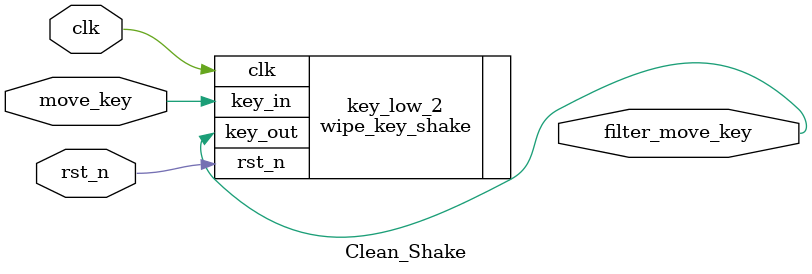
<source format=v>

module Clean_Shake
#(
	parameter WIPE_TIME = 1000_000
	//消抖时间参数定义，系统时钟50M,对应的20ms参数
)
(
	input  clk                ,               
	input  rst_n              ,             
	
	//input  mode_key           ,         
	input  move_key        ,            
	//input  add_key            ,           
//	input  switch_key         ,        
//	
//	output filter_mode_key    ,  
	output filter_move_key     
//	output filter_add_key     ,   
//	output filter_switch_key 
);
 
//filter_mode_key
//wipe_key_shake 
//#(
//	.WIPE_TIME  (WIPE_TIME       )  //20ms/50Mhz
//)
//key_low_1
//(								 		 
//	.clk        (clk             ),		
//	.rst_n      (rst_n           ),  	
//	.key_in     (mode_key        ),
//	.key_out    (filter_mode_key )   
//);
 
//filter_move_key
wipe_key_shake 
#(
	.WIPE_TIME  (WIPE_TIME       )  //20ms/50Mhz
)
key_low_2
(								 		 
	.clk        (clk             ),		
	.rst_n      (rst_n           ),  	
	.key_in     (move_key        ),
	.key_out    (filter_move_key )   
);
// 
////filter_add_key
//wipe_key_shake 
//#(
//	.WIPE_TIME  (WIPE_TIME       )  //20ms/50Mhz
//)
//key_low_3
//(								 		 
//	.clk        (clk             ),		
//	.rst_n      (rst_n           ),  	
//	.key_in     (add_key         ),
//	.key_out    (filter_add_key  )   
//);
// 
////filter_mode_key
//wipe_key_shake 
//#(
//	.WIPE_TIME  (WIPE_TIME        )  //20ms/50Mhz
//)
//key_low_4
//(								 		 
//	.clk        (clk              ),		
//	.rst_n      (rst_n            ),  	
//	.key_in     (switch_key       ),
//	.key_out    (filter_switch_key)   
//);
 
endmodule
</source>
